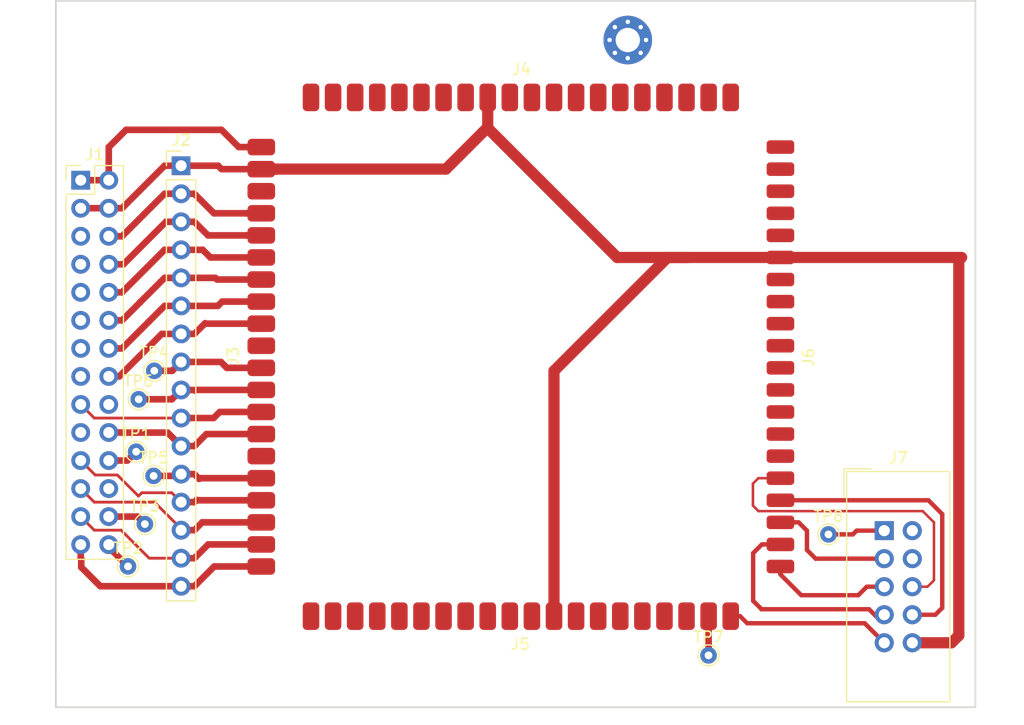
<source format=kicad_pcb>
(kicad_pcb (version 20171130) (host pcbnew 5.0.2-bee76a0~70~ubuntu18.04.1)

  (general
    (thickness 1.6)
    (drawings 7)
    (tracks 189)
    (zones 0)
    (modules 16)
    (nets 92)
  )

  (page A4)
  (layers
    (0 F.Cu signal)
    (31 B.Cu signal)
    (32 B.Adhes user)
    (34 B.Paste user)
    (35 F.Paste user)
    (36 B.SilkS user)
    (37 F.SilkS user)
    (38 B.Mask user)
    (39 F.Mask user)
    (41 Cmts.User user)
    (44 Edge.Cuts user)
    (45 Margin user)
    (46 B.CrtYd user)
    (47 F.CrtYd user)
    (49 F.Fab user)
  )

  (setup
    (last_trace_width 1.016)
    (user_trace_width 0.2286)
    (user_trace_width 0.254)
    (user_trace_width 0.38)
    (user_trace_width 0.4)
    (user_trace_width 0.6)
    (user_trace_width 1.016)
    (trace_clearance 0.254)
    (zone_clearance 0.254)
    (zone_45_only no)
    (trace_min 0.2286)
    (segment_width 0.2)
    (edge_width 0.15)
    (via_size 0.4572)
    (via_drill 0.254)
    (via_min_size 0.4572)
    (via_min_drill 0.254)
    (uvia_size 0.4572)
    (uvia_drill 0.254)
    (uvias_allowed no)
    (uvia_min_size 0)
    (uvia_min_drill 0)
    (pcb_text_width 0.3)
    (pcb_text_size 1.5 1.5)
    (mod_edge_width 0.15)
    (mod_text_size 1 1)
    (mod_text_width 0.15)
    (pad_size 4.4 4.4)
    (pad_drill 2.2)
    (pad_to_mask_clearance 0.0508)
    (solder_mask_min_width 0.25)
    (aux_axis_origin 0 0)
    (visible_elements 7FFEEF7F)
    (pcbplotparams
      (layerselection 0x000f0_80000007)
      (usegerberextensions false)
      (usegerberattributes false)
      (usegerberadvancedattributes false)
      (creategerberjobfile false)
      (excludeedgelayer true)
      (linewidth 0.100000)
      (plotframeref false)
      (viasonmask false)
      (mode 1)
      (useauxorigin false)
      (hpglpennumber 1)
      (hpglpenspeed 20)
      (hpglpendiameter 15.000000)
      (psnegative false)
      (psa4output false)
      (plotreference true)
      (plotvalue false)
      (plotinvisibletext false)
      (padsonsilk false)
      (subtractmaskfromsilk false)
      (outputformat 1)
      (mirror false)
      (drillshape 0)
      (scaleselection 1)
      (outputdirectory "/home/hugh/Dropbox/PSAS/PSAS_repos/newGPS/oresat-gps-hardware/GPS-USB_Front_End_Board/kicad_board_design/gerbers/"))
  )

  (net 0 "")
  (net 1 GND)
  (net 2 /Sheet5DD758E7/+5V)
  (net 3 "Net-(J1-Pad5)")
  (net 4 /Sheet5DD758E7/LD_GPS)
  (net 5 "Net-(J1-Pad7)")
  (net 6 /Sheet5DD758E7/SHDN_GPS)
  (net 7 "Net-(J1-Pad9)")
  (net 8 /Sheet5DD758E7/D0_GPS)
  (net 9 "Net-(J1-Pad11)")
  (net 10 /Sheet5DD758E7/D1_GPS)
  (net 11 "Net-(J1-Pad13)")
  (net 12 /Sheet5DD758E7/D2_GPS)
  (net 13 "Net-(J1-Pad15)")
  (net 14 /Sheet5DD758E7/D3_GPS)
  (net 15 /Sheet5DD758E7/TXE#_USB)
  (net 16 "Net-(J1-Pad18)")
  (net 17 "Net-(J1-Pad19)")
  (net 18 /Sheet5DD758E7/WR#_GPS)
  (net 19 /Sheet5DD758E7/SCLK_USB)
  (net 20 /Sheet5DD758E7/SCLK_GPS)
  (net 21 /Sheet5DD758E7/SDI_USB)
  (net 22 "Net-(J1-Pad24)")
  (net 23 /Sheet5DD758E7/SDO_USB)
  (net 24 /Sheet5DD758E7/SDO_GPS)
  (net 25 /Sheet5DD758E7/SCS_USB)
  (net 26 /Sheet5DD758E7/SCS_GPS)
  (net 27 "Net-(J3-Pad6)")
  (net 28 "Net-(J3-Pad11)")
  (net 29 "Net-(J3-Pad18)")
  (net 30 "Net-(J4-Pad20)")
  (net 31 "Net-(J4-Pad19)")
  (net 32 "Net-(J4-Pad18)")
  (net 33 "Net-(J4-Pad17)")
  (net 34 "Net-(J4-Pad16)")
  (net 35 "Net-(J4-Pad15)")
  (net 36 "Net-(J4-Pad14)")
  (net 37 "Net-(J4-Pad13)")
  (net 38 "Net-(J4-Pad12)")
  (net 39 "Net-(J4-Pad11)")
  (net 40 "Net-(J4-Pad10)")
  (net 41 "Net-(J4-Pad8)")
  (net 42 "Net-(J4-Pad7)")
  (net 43 "Net-(J4-Pad6)")
  (net 44 "Net-(J4-Pad5)")
  (net 45 "Net-(J4-Pad4)")
  (net 46 "Net-(J4-Pad3)")
  (net 47 "Net-(J4-Pad2)")
  (net 48 "Net-(J4-Pad1)")
  (net 49 "Net-(J5-Pad20)")
  (net 50 "Net-(J5-Pad19)")
  (net 51 "Net-(J5-Pad18)")
  (net 52 "Net-(J5-Pad17)")
  (net 53 "Net-(J5-Pad16)")
  (net 54 "Net-(J5-Pad15)")
  (net 55 "Net-(J5-Pad14)")
  (net 56 "Net-(J5-Pad13)")
  (net 57 "Net-(J5-Pad12)")
  (net 58 "Net-(J5-Pad11)")
  (net 59 "Net-(J5-Pad10)")
  (net 60 "Net-(J5-Pad8)")
  (net 61 "Net-(J5-Pad7)")
  (net 62 "Net-(J5-Pad6)")
  (net 63 "Net-(J5-Pad5)")
  (net 64 "Net-(J5-Pad4)")
  (net 65 "Net-(J5-Pad3)")
  (net 66 "Net-(J5-Pad2)")
  (net 67 "Net-(J5-Pad1)")
  (net 68 "Net-(J6-Pad1)")
  (net 69 "Net-(J6-Pad2)")
  (net 70 "Net-(J6-Pad3)")
  (net 71 "Net-(J6-Pad4)")
  (net 72 "Net-(J6-Pad5)")
  (net 73 "Net-(J6-Pad7)")
  (net 74 "Net-(J6-Pad8)")
  (net 75 "Net-(J6-Pad9)")
  (net 76 "Net-(J6-Pad10)")
  (net 77 "Net-(J6-Pad11)")
  (net 78 "Net-(J6-Pad12)")
  (net 79 "Net-(J6-Pad13)")
  (net 80 "Net-(J6-Pad14)")
  (net 81 "Net-(J6-Pad15)")
  (net 82 "Net-(J6-Pad16)")
  (net 83 "Net-(J6-Pad17)")
  (net 84 "Net-(J6-Pad18)")
  (net 85 "Net-(J6-Pad19)")
  (net 86 "Net-(J6-Pad20)")
  (net 87 "Net-(J7-Pad4)")
  (net 88 "Net-(J2-Pad8)")
  (net 89 "Net-(J7-Pad1)")
  (net 90 "Net-(J2-Pad9)")
  (net 91 "Net-(J2-Pad12)")

  (net_class Default "This is the default net class."
    (clearance 0.254)
    (trace_width 0.254)
    (via_dia 0.4572)
    (via_drill 0.254)
    (uvia_dia 0.4572)
    (uvia_drill 0.254)
    (diff_pair_gap 0.25)
    (diff_pair_width 0.254)
    (add_net /Sheet5DD758E7/+5V)
    (add_net /Sheet5DD758E7/D0_GPS)
    (add_net /Sheet5DD758E7/D1_GPS)
    (add_net /Sheet5DD758E7/D2_GPS)
    (add_net /Sheet5DD758E7/D3_GPS)
    (add_net /Sheet5DD758E7/LD_GPS)
    (add_net /Sheet5DD758E7/SCLK_GPS)
    (add_net /Sheet5DD758E7/SCLK_USB)
    (add_net /Sheet5DD758E7/SCS_GPS)
    (add_net /Sheet5DD758E7/SCS_USB)
    (add_net /Sheet5DD758E7/SDI_USB)
    (add_net /Sheet5DD758E7/SDO_GPS)
    (add_net /Sheet5DD758E7/SDO_USB)
    (add_net /Sheet5DD758E7/SHDN_GPS)
    (add_net /Sheet5DD758E7/TXE#_USB)
    (add_net /Sheet5DD758E7/WR#_GPS)
    (add_net GND)
    (add_net "Net-(J1-Pad11)")
    (add_net "Net-(J1-Pad13)")
    (add_net "Net-(J1-Pad15)")
    (add_net "Net-(J1-Pad18)")
    (add_net "Net-(J1-Pad19)")
    (add_net "Net-(J1-Pad24)")
    (add_net "Net-(J1-Pad5)")
    (add_net "Net-(J1-Pad7)")
    (add_net "Net-(J1-Pad9)")
    (add_net "Net-(J2-Pad12)")
    (add_net "Net-(J2-Pad8)")
    (add_net "Net-(J2-Pad9)")
    (add_net "Net-(J3-Pad11)")
    (add_net "Net-(J3-Pad18)")
    (add_net "Net-(J3-Pad6)")
    (add_net "Net-(J4-Pad1)")
    (add_net "Net-(J4-Pad10)")
    (add_net "Net-(J4-Pad11)")
    (add_net "Net-(J4-Pad12)")
    (add_net "Net-(J4-Pad13)")
    (add_net "Net-(J4-Pad14)")
    (add_net "Net-(J4-Pad15)")
    (add_net "Net-(J4-Pad16)")
    (add_net "Net-(J4-Pad17)")
    (add_net "Net-(J4-Pad18)")
    (add_net "Net-(J4-Pad19)")
    (add_net "Net-(J4-Pad2)")
    (add_net "Net-(J4-Pad20)")
    (add_net "Net-(J4-Pad3)")
    (add_net "Net-(J4-Pad4)")
    (add_net "Net-(J4-Pad5)")
    (add_net "Net-(J4-Pad6)")
    (add_net "Net-(J4-Pad7)")
    (add_net "Net-(J4-Pad8)")
    (add_net "Net-(J5-Pad1)")
    (add_net "Net-(J5-Pad10)")
    (add_net "Net-(J5-Pad11)")
    (add_net "Net-(J5-Pad12)")
    (add_net "Net-(J5-Pad13)")
    (add_net "Net-(J5-Pad14)")
    (add_net "Net-(J5-Pad15)")
    (add_net "Net-(J5-Pad16)")
    (add_net "Net-(J5-Pad17)")
    (add_net "Net-(J5-Pad18)")
    (add_net "Net-(J5-Pad19)")
    (add_net "Net-(J5-Pad2)")
    (add_net "Net-(J5-Pad20)")
    (add_net "Net-(J5-Pad3)")
    (add_net "Net-(J5-Pad4)")
    (add_net "Net-(J5-Pad5)")
    (add_net "Net-(J5-Pad6)")
    (add_net "Net-(J5-Pad7)")
    (add_net "Net-(J5-Pad8)")
    (add_net "Net-(J6-Pad1)")
    (add_net "Net-(J6-Pad10)")
    (add_net "Net-(J6-Pad11)")
    (add_net "Net-(J6-Pad12)")
    (add_net "Net-(J6-Pad13)")
    (add_net "Net-(J6-Pad14)")
    (add_net "Net-(J6-Pad15)")
    (add_net "Net-(J6-Pad16)")
    (add_net "Net-(J6-Pad17)")
    (add_net "Net-(J6-Pad18)")
    (add_net "Net-(J6-Pad19)")
    (add_net "Net-(J6-Pad2)")
    (add_net "Net-(J6-Pad20)")
    (add_net "Net-(J6-Pad3)")
    (add_net "Net-(J6-Pad4)")
    (add_net "Net-(J6-Pad5)")
    (add_net "Net-(J6-Pad7)")
    (add_net "Net-(J6-Pad8)")
    (add_net "Net-(J6-Pad9)")
    (add_net "Net-(J7-Pad1)")
    (add_net "Net-(J7-Pad4)")
  )

  (net_class "RF track" ""
    (clearance 0.399999)
    (trace_width 0.55)
    (via_dia 0.4572)
    (via_drill 0.254)
    (uvia_dia 0.4572)
    (uvia_drill 0.254)
    (diff_pair_gap 0.25)
    (diff_pair_width 0.254)
  )

  (net_class RF2 ""
    (clearance 0.4)
    (trace_width 0.4)
    (via_dia 0.4572)
    (via_drill 0.254)
    (uvia_dia 0.4572)
    (uvia_drill 0.254)
    (diff_pair_gap 0.25)
    (diff_pair_width 0.254)
  )

  (module Connector_IDC:IDC-Header_2x05_P2.54mm_Vertical (layer F.Cu) (tedit 59DE0611) (tstamp 5DDD155D)
    (at 202.75 111.75)
    (descr "Through hole straight IDC box header, 2x05, 2.54mm pitch, double rows")
    (tags "Through hole IDC box header THT 2x05 2.54mm double row")
    (path /5DD75A56/5DDB3F32)
    (fp_text reference J7 (at 1.27 -6.604) (layer F.SilkS)
      (effects (font (size 1 1) (thickness 0.15)))
    )
    (fp_text value Microsemi_FlashPro-JTAG-10 (at 1.27 16.764) (layer F.Fab)
      (effects (font (size 1 1) (thickness 0.15)))
    )
    (fp_text user %R (at 1.27 5.08) (layer F.Fab)
      (effects (font (size 1 1) (thickness 0.15)))
    )
    (fp_line (start 5.695 -5.1) (end 5.695 15.26) (layer F.Fab) (width 0.1))
    (fp_line (start 5.145 -4.56) (end 5.145 14.7) (layer F.Fab) (width 0.1))
    (fp_line (start -3.155 -5.1) (end -3.155 15.26) (layer F.Fab) (width 0.1))
    (fp_line (start -2.605 -4.56) (end -2.605 2.83) (layer F.Fab) (width 0.1))
    (fp_line (start -2.605 7.33) (end -2.605 14.7) (layer F.Fab) (width 0.1))
    (fp_line (start -2.605 2.83) (end -3.155 2.83) (layer F.Fab) (width 0.1))
    (fp_line (start -2.605 7.33) (end -3.155 7.33) (layer F.Fab) (width 0.1))
    (fp_line (start 5.695 -5.1) (end -3.155 -5.1) (layer F.Fab) (width 0.1))
    (fp_line (start 5.145 -4.56) (end -2.605 -4.56) (layer F.Fab) (width 0.1))
    (fp_line (start 5.695 15.26) (end -3.155 15.26) (layer F.Fab) (width 0.1))
    (fp_line (start 5.145 14.7) (end -2.605 14.7) (layer F.Fab) (width 0.1))
    (fp_line (start 5.695 -5.1) (end 5.145 -4.56) (layer F.Fab) (width 0.1))
    (fp_line (start 5.695 15.26) (end 5.145 14.7) (layer F.Fab) (width 0.1))
    (fp_line (start -3.155 -5.1) (end -2.605 -4.56) (layer F.Fab) (width 0.1))
    (fp_line (start -3.155 15.26) (end -2.605 14.7) (layer F.Fab) (width 0.1))
    (fp_line (start 5.95 -5.35) (end 5.95 15.51) (layer F.CrtYd) (width 0.05))
    (fp_line (start 5.95 15.51) (end -3.41 15.51) (layer F.CrtYd) (width 0.05))
    (fp_line (start -3.41 15.51) (end -3.41 -5.35) (layer F.CrtYd) (width 0.05))
    (fp_line (start -3.41 -5.35) (end 5.95 -5.35) (layer F.CrtYd) (width 0.05))
    (fp_line (start 5.945 -5.35) (end 5.945 15.51) (layer F.SilkS) (width 0.12))
    (fp_line (start 5.945 15.51) (end -3.405 15.51) (layer F.SilkS) (width 0.12))
    (fp_line (start -3.405 15.51) (end -3.405 -5.35) (layer F.SilkS) (width 0.12))
    (fp_line (start -3.405 -5.35) (end 5.945 -5.35) (layer F.SilkS) (width 0.12))
    (fp_line (start -3.655 -5.6) (end -3.655 -3.06) (layer F.SilkS) (width 0.12))
    (fp_line (start -3.655 -5.6) (end -1.115 -5.6) (layer F.SilkS) (width 0.12))
    (pad 1 thru_hole rect (at 0 0) (size 1.7272 1.7272) (drill 1.016) (layers *.Cu *.Mask)
      (net 89 "Net-(J7-Pad1)"))
    (pad 2 thru_hole oval (at 2.54 0) (size 1.7272 1.7272) (drill 1.016) (layers *.Cu *.Mask)
      (net 1 GND))
    (pad 3 thru_hole oval (at 0 2.54) (size 1.7272 1.7272) (drill 1.016) (layers *.Cu *.Mask)
      (net 84 "Net-(J6-Pad18)"))
    (pad 4 thru_hole oval (at 2.54 2.54) (size 1.7272 1.7272) (drill 1.016) (layers *.Cu *.Mask)
      (net 87 "Net-(J7-Pad4)"))
    (pad 5 thru_hole oval (at 0 5.08) (size 1.7272 1.7272) (drill 1.016) (layers *.Cu *.Mask)
      (net 86 "Net-(J6-Pad20)"))
    (pad 6 thru_hole oval (at 2.54 5.08) (size 1.7272 1.7272) (drill 1.016) (layers *.Cu *.Mask)
      (net 82 "Net-(J6-Pad16)"))
    (pad 7 thru_hole oval (at 0 7.62) (size 1.7272 1.7272) (drill 1.016) (layers *.Cu *.Mask)
      (net 85 "Net-(J6-Pad19)"))
    (pad 8 thru_hole oval (at 2.54 7.62) (size 1.7272 1.7272) (drill 1.016) (layers *.Cu *.Mask)
      (net 83 "Net-(J6-Pad17)"))
    (pad 9 thru_hole oval (at 0 10.16) (size 1.7272 1.7272) (drill 1.016) (layers *.Cu *.Mask)
      (net 67 "Net-(J5-Pad1)"))
    (pad 10 thru_hole oval (at 2.54 10.16) (size 1.7272 1.7272) (drill 1.016) (layers *.Cu *.Mask)
      (net 1 GND))
    (model ${KISYS3DMOD}/Connector_IDC.3dshapes/IDC-Header_2x05_P2.54mm_Vertical.wrl
      (at (xyz 0 0 0))
      (scale (xyz 1 1 1))
      (rotate (xyz 0 0 0))
    )
  )

  (module TestPoint:TestPoint_THTPad_D1.5mm_Drill0.7mm (layer F.Cu) (tedit 5A0F774F) (tstamp 5DDC49CC)
    (at 136.6 106.79)
    (descr "THT pad as test Point, diameter 1.5mm, hole diameter 0.7mm")
    (tags "test point THT pad")
    (path /5DD75A56/5DE6A9E7)
    (attr virtual)
    (fp_text reference TP5 (at 0 -1.648) (layer F.SilkS)
      (effects (font (size 1 1) (thickness 0.15)))
    )
    (fp_text value "wire jumper" (at 0 1.75) (layer F.Fab)
      (effects (font (size 1 1) (thickness 0.15)))
    )
    (fp_circle (center 0 0) (end 0 0.95) (layer F.SilkS) (width 0.12))
    (fp_circle (center 0 0) (end 1.25 0) (layer F.CrtYd) (width 0.05))
    (fp_text user %R (at 0 -1.65) (layer F.Fab)
      (effects (font (size 1 1) (thickness 0.15)))
    )
    (pad 1 thru_hole circle (at 0 0) (size 1.5 1.5) (drill 0.7) (layers *.Cu *.Mask)
      (net 91 "Net-(J2-Pad12)"))
  )

  (module Mounting_Holes:MountingHole_2.2mm_M2_Pad_Via (layer F.Cu) (tedit 5D3DADD0) (tstamp 5D4BAD30)
    (at 179.53 67.3)
    (descr "Mounting Hole 2.2mm, M2")
    (tags "mounting hole 2.2mm m2")
    (fp_text reference REF** (at 0 -3.2) (layer F.SilkS) hide
      (effects (font (size 1 1) (thickness 0.15)))
    )
    (fp_text value MountingHole_2.2mm_M2_Pad_Via (at 0 3.2) (layer F.Fab)
      (effects (font (size 1 1) (thickness 0.15)))
    )
    (fp_circle (center 0 0) (end 2.2 0) (layer Cmts.User) (width 0.15))
    (fp_circle (center 0 0) (end 2.45 0) (layer F.CrtYd) (width 0.05))
    (pad "" thru_hole circle (at 0 0) (size 4.4 4.4) (drill 2.2) (layers *.Cu *.Mask))
    (pad "" thru_hole circle (at 1.65 0) (size 0.6 0.6) (drill 0.4) (layers *.Cu *.Mask))
    (pad "" thru_hole circle (at 1.166726 1.166726) (size 0.6 0.6) (drill 0.4) (layers *.Cu *.Mask))
    (pad "" thru_hole circle (at 0 1.65) (size 0.6 0.6) (drill 0.4) (layers *.Cu *.Mask))
    (pad "" thru_hole circle (at -1.166726 1.166726) (size 0.6 0.6) (drill 0.4) (layers *.Cu *.Mask))
    (pad "" thru_hole circle (at -1.65 0) (size 0.6 0.6) (drill 0.4) (layers *.Cu *.Mask))
    (pad "" thru_hole circle (at -1.166726 -1.166726) (size 0.6 0.6) (drill 0.4) (layers *.Cu *.Mask))
    (pad "" thru_hole circle (at 0 -1.65) (size 0.6 0.6) (drill 0.4) (layers *.Cu *.Mask))
    (pad "" thru_hole circle (at 1.166726 -1.166726) (size 0.6 0.6) (drill 0.4) (layers *.Cu *.Mask))
  )

  (module Connector_PinHeader_2.54mm:PinHeader_2x14_P2.54mm_Vertical (layer F.Cu) (tedit 59FED5CC) (tstamp 5DDC0A3C)
    (at 130 80)
    (descr "Through hole straight pin header, 2x14, 2.54mm pitch, double rows")
    (tags "Through hole pin header THT 2x14 2.54mm double row")
    (path /5DD758E8/5DD77792)
    (fp_text reference J1 (at 1.27 -2.33) (layer F.SilkS)
      (effects (font (size 1 1) (thickness 0.15)))
    )
    (fp_text value Conn_02x14_Odd_Even (at 1.27 35.35) (layer F.Fab)
      (effects (font (size 1 1) (thickness 0.15)))
    )
    (fp_line (start 0 -1.27) (end 3.81 -1.27) (layer F.Fab) (width 0.1))
    (fp_line (start 3.81 -1.27) (end 3.81 34.29) (layer F.Fab) (width 0.1))
    (fp_line (start 3.81 34.29) (end -1.27 34.29) (layer F.Fab) (width 0.1))
    (fp_line (start -1.27 34.29) (end -1.27 0) (layer F.Fab) (width 0.1))
    (fp_line (start -1.27 0) (end 0 -1.27) (layer F.Fab) (width 0.1))
    (fp_line (start -1.33 34.35) (end 3.87 34.35) (layer F.SilkS) (width 0.12))
    (fp_line (start -1.33 1.27) (end -1.33 34.35) (layer F.SilkS) (width 0.12))
    (fp_line (start 3.87 -1.33) (end 3.87 34.35) (layer F.SilkS) (width 0.12))
    (fp_line (start -1.33 1.27) (end 1.27 1.27) (layer F.SilkS) (width 0.12))
    (fp_line (start 1.27 1.27) (end 1.27 -1.33) (layer F.SilkS) (width 0.12))
    (fp_line (start 1.27 -1.33) (end 3.87 -1.33) (layer F.SilkS) (width 0.12))
    (fp_line (start -1.33 0) (end -1.33 -1.33) (layer F.SilkS) (width 0.12))
    (fp_line (start -1.33 -1.33) (end 0 -1.33) (layer F.SilkS) (width 0.12))
    (fp_line (start -1.8 -1.8) (end -1.8 34.8) (layer F.CrtYd) (width 0.05))
    (fp_line (start -1.8 34.8) (end 4.35 34.8) (layer F.CrtYd) (width 0.05))
    (fp_line (start 4.35 34.8) (end 4.35 -1.8) (layer F.CrtYd) (width 0.05))
    (fp_line (start 4.35 -1.8) (end -1.8 -1.8) (layer F.CrtYd) (width 0.05))
    (fp_text user %R (at 1.27 16.51 90) (layer F.Fab)
      (effects (font (size 1 1) (thickness 0.15)))
    )
    (pad 1 thru_hole rect (at 0 0) (size 1.7 1.7) (drill 1) (layers *.Cu *.Mask)
      (net 2 /Sheet5DD758E7/+5V))
    (pad 2 thru_hole oval (at 2.54 0) (size 1.7 1.7) (drill 1) (layers *.Cu *.Mask)
      (net 2 /Sheet5DD758E7/+5V))
    (pad 3 thru_hole oval (at 0 2.54) (size 1.7 1.7) (drill 1) (layers *.Cu *.Mask)
      (net 1 GND))
    (pad 4 thru_hole oval (at 2.54 2.54) (size 1.7 1.7) (drill 1) (layers *.Cu *.Mask)
      (net 1 GND))
    (pad 5 thru_hole oval (at 0 5.08) (size 1.7 1.7) (drill 1) (layers *.Cu *.Mask)
      (net 3 "Net-(J1-Pad5)"))
    (pad 6 thru_hole oval (at 2.54 5.08) (size 1.7 1.7) (drill 1) (layers *.Cu *.Mask)
      (net 4 /Sheet5DD758E7/LD_GPS))
    (pad 7 thru_hole oval (at 0 7.62) (size 1.7 1.7) (drill 1) (layers *.Cu *.Mask)
      (net 5 "Net-(J1-Pad7)"))
    (pad 8 thru_hole oval (at 2.54 7.62) (size 1.7 1.7) (drill 1) (layers *.Cu *.Mask)
      (net 6 /Sheet5DD758E7/SHDN_GPS))
    (pad 9 thru_hole oval (at 0 10.16) (size 1.7 1.7) (drill 1) (layers *.Cu *.Mask)
      (net 7 "Net-(J1-Pad9)"))
    (pad 10 thru_hole oval (at 2.54 10.16) (size 1.7 1.7) (drill 1) (layers *.Cu *.Mask)
      (net 8 /Sheet5DD758E7/D0_GPS))
    (pad 11 thru_hole oval (at 0 12.7) (size 1.7 1.7) (drill 1) (layers *.Cu *.Mask)
      (net 9 "Net-(J1-Pad11)"))
    (pad 12 thru_hole oval (at 2.54 12.7) (size 1.7 1.7) (drill 1) (layers *.Cu *.Mask)
      (net 10 /Sheet5DD758E7/D1_GPS))
    (pad 13 thru_hole oval (at 0 15.24) (size 1.7 1.7) (drill 1) (layers *.Cu *.Mask)
      (net 11 "Net-(J1-Pad13)"))
    (pad 14 thru_hole oval (at 2.54 15.24) (size 1.7 1.7) (drill 1) (layers *.Cu *.Mask)
      (net 12 /Sheet5DD758E7/D2_GPS))
    (pad 15 thru_hole oval (at 0 17.78) (size 1.7 1.7) (drill 1) (layers *.Cu *.Mask)
      (net 13 "Net-(J1-Pad15)"))
    (pad 16 thru_hole oval (at 2.54 17.78) (size 1.7 1.7) (drill 1) (layers *.Cu *.Mask)
      (net 14 /Sheet5DD758E7/D3_GPS))
    (pad 17 thru_hole oval (at 0 20.32) (size 1.7 1.7) (drill 1) (layers *.Cu *.Mask)
      (net 15 /Sheet5DD758E7/TXE#_USB))
    (pad 18 thru_hole oval (at 2.54 20.32) (size 1.7 1.7) (drill 1) (layers *.Cu *.Mask)
      (net 16 "Net-(J1-Pad18)"))
    (pad 19 thru_hole oval (at 0 22.86) (size 1.7 1.7) (drill 1) (layers *.Cu *.Mask)
      (net 17 "Net-(J1-Pad19)"))
    (pad 20 thru_hole oval (at 2.54 22.86) (size 1.7 1.7) (drill 1) (layers *.Cu *.Mask)
      (net 18 /Sheet5DD758E7/WR#_GPS))
    (pad 21 thru_hole oval (at 0 25.4) (size 1.7 1.7) (drill 1) (layers *.Cu *.Mask)
      (net 19 /Sheet5DD758E7/SCLK_USB))
    (pad 22 thru_hole oval (at 2.54 25.4) (size 1.7 1.7) (drill 1) (layers *.Cu *.Mask)
      (net 20 /Sheet5DD758E7/SCLK_GPS))
    (pad 23 thru_hole oval (at 0 27.94) (size 1.7 1.7) (drill 1) (layers *.Cu *.Mask)
      (net 21 /Sheet5DD758E7/SDI_USB))
    (pad 24 thru_hole oval (at 2.54 27.94) (size 1.7 1.7) (drill 1) (layers *.Cu *.Mask)
      (net 22 "Net-(J1-Pad24)"))
    (pad 25 thru_hole oval (at 0 30.48) (size 1.7 1.7) (drill 1) (layers *.Cu *.Mask)
      (net 23 /Sheet5DD758E7/SDO_USB))
    (pad 26 thru_hole oval (at 2.54 30.48) (size 1.7 1.7) (drill 1) (layers *.Cu *.Mask)
      (net 24 /Sheet5DD758E7/SDO_GPS))
    (pad 27 thru_hole oval (at 0 33.02) (size 1.7 1.7) (drill 1) (layers *.Cu *.Mask)
      (net 25 /Sheet5DD758E7/SCS_USB))
    (pad 28 thru_hole oval (at 2.54 33.02) (size 1.7 1.7) (drill 1) (layers *.Cu *.Mask)
      (net 26 /Sheet5DD758E7/SCS_GPS))
    (model ${KISYS3DMOD}/Connector_PinHeader_2.54mm.3dshapes/PinHeader_2x14_P2.54mm_Vertical.wrl
      (at (xyz 0 0 0))
      (scale (xyz 1 1 1))
      (rotate (xyz 0 0 0))
    )
  )

  (module Connector_PinHeader_2.54mm:PinHeader_1x16_P2.54mm_Vertical (layer F.Cu) (tedit 59FED5CC) (tstamp 5DDC0A60)
    (at 139.0904 78.6892)
    (descr "Through hole straight pin header, 1x16, 2.54mm pitch, single row")
    (tags "Through hole pin header THT 1x16 2.54mm single row")
    (path /5DD75A56/5DE06FE8)
    (fp_text reference J2 (at 0 -2.33) (layer F.SilkS)
      (effects (font (size 1 1) (thickness 0.15)))
    )
    (fp_text value Conn_01x16 (at 0 40.43) (layer F.Fab)
      (effects (font (size 1 1) (thickness 0.15)))
    )
    (fp_line (start -0.635 -1.27) (end 1.27 -1.27) (layer F.Fab) (width 0.1))
    (fp_line (start 1.27 -1.27) (end 1.27 39.37) (layer F.Fab) (width 0.1))
    (fp_line (start 1.27 39.37) (end -1.27 39.37) (layer F.Fab) (width 0.1))
    (fp_line (start -1.27 39.37) (end -1.27 -0.635) (layer F.Fab) (width 0.1))
    (fp_line (start -1.27 -0.635) (end -0.635 -1.27) (layer F.Fab) (width 0.1))
    (fp_line (start -1.33 39.43) (end 1.33 39.43) (layer F.SilkS) (width 0.12))
    (fp_line (start -1.33 1.27) (end -1.33 39.43) (layer F.SilkS) (width 0.12))
    (fp_line (start 1.33 1.27) (end 1.33 39.43) (layer F.SilkS) (width 0.12))
    (fp_line (start -1.33 1.27) (end 1.33 1.27) (layer F.SilkS) (width 0.12))
    (fp_line (start -1.33 0) (end -1.33 -1.33) (layer F.SilkS) (width 0.12))
    (fp_line (start -1.33 -1.33) (end 0 -1.33) (layer F.SilkS) (width 0.12))
    (fp_line (start -1.8 -1.8) (end -1.8 39.9) (layer F.CrtYd) (width 0.05))
    (fp_line (start -1.8 39.9) (end 1.8 39.9) (layer F.CrtYd) (width 0.05))
    (fp_line (start 1.8 39.9) (end 1.8 -1.8) (layer F.CrtYd) (width 0.05))
    (fp_line (start 1.8 -1.8) (end -1.8 -1.8) (layer F.CrtYd) (width 0.05))
    (fp_text user %R (at 0 19.05 90) (layer F.Fab)
      (effects (font (size 1 1) (thickness 0.15)))
    )
    (pad 1 thru_hole rect (at 0 0) (size 1.7 1.7) (drill 1) (layers *.Cu *.Mask)
      (net 1 GND))
    (pad 2 thru_hole oval (at 0 2.54) (size 1.7 1.7) (drill 1) (layers *.Cu *.Mask)
      (net 4 /Sheet5DD758E7/LD_GPS))
    (pad 3 thru_hole oval (at 0 5.08) (size 1.7 1.7) (drill 1) (layers *.Cu *.Mask)
      (net 6 /Sheet5DD758E7/SHDN_GPS))
    (pad 4 thru_hole oval (at 0 7.62) (size 1.7 1.7) (drill 1) (layers *.Cu *.Mask)
      (net 8 /Sheet5DD758E7/D0_GPS))
    (pad 5 thru_hole oval (at 0 10.16) (size 1.7 1.7) (drill 1) (layers *.Cu *.Mask)
      (net 10 /Sheet5DD758E7/D1_GPS))
    (pad 6 thru_hole oval (at 0 12.7) (size 1.7 1.7) (drill 1) (layers *.Cu *.Mask)
      (net 12 /Sheet5DD758E7/D2_GPS))
    (pad 7 thru_hole oval (at 0 15.24) (size 1.7 1.7) (drill 1) (layers *.Cu *.Mask)
      (net 14 /Sheet5DD758E7/D3_GPS))
    (pad 8 thru_hole oval (at 0 17.78) (size 1.7 1.7) (drill 1) (layers *.Cu *.Mask)
      (net 88 "Net-(J2-Pad8)"))
    (pad 9 thru_hole oval (at 0 20.32) (size 1.7 1.7) (drill 1) (layers *.Cu *.Mask)
      (net 90 "Net-(J2-Pad9)"))
    (pad 10 thru_hole oval (at 0 22.86) (size 1.7 1.7) (drill 1) (layers *.Cu *.Mask)
      (net 15 /Sheet5DD758E7/TXE#_USB))
    (pad 11 thru_hole oval (at 0 25.4) (size 1.7 1.7) (drill 1) (layers *.Cu *.Mask)
      (net 18 /Sheet5DD758E7/WR#_GPS))
    (pad 12 thru_hole oval (at 0 27.94) (size 1.7 1.7) (drill 1) (layers *.Cu *.Mask)
      (net 91 "Net-(J2-Pad12)"))
    (pad 13 thru_hole oval (at 0 30.48) (size 1.7 1.7) (drill 1) (layers *.Cu *.Mask)
      (net 19 /Sheet5DD758E7/SCLK_USB))
    (pad 14 thru_hole oval (at 0 33.02) (size 1.7 1.7) (drill 1) (layers *.Cu *.Mask)
      (net 21 /Sheet5DD758E7/SDI_USB))
    (pad 15 thru_hole oval (at 0 35.56) (size 1.7 1.7) (drill 1) (layers *.Cu *.Mask)
      (net 23 /Sheet5DD758E7/SDO_USB))
    (pad 16 thru_hole oval (at 0 38.1) (size 1.7 1.7) (drill 1) (layers *.Cu *.Mask)
      (net 25 /Sheet5DD758E7/SCS_USB))
    (model ${KISYS3DMOD}/Connector_PinHeader_2.54mm.3dshapes/PinHeader_1x16_P2.54mm_Vertical.wrl
      (at (xyz 0 0 0))
      (scale (xyz 1 1 1))
      (rotate (xyz 0 0 0))
    )
  )

  (module custom:CastellatedPad20 (layer F.Cu) (tedit 5DD7DD6F) (tstamp 5DDC1DF7)
    (at 188.85 119.5 180)
    (descr "Bulgin Battery Holder, BX0036, Battery Type C (http://www.bulgin.com/media/bulgin/data/Battery_holders.pdf)")
    (tags "Bulgin BX0036")
    (path /5DD75A56/5DDDFF1E)
    (fp_text reference J5 (at 19.05 -2.54 180) (layer F.SilkS)
      (effects (font (size 1 1) (thickness 0.15)))
    )
    (fp_text value Conn_01x20 (at 19.05 2.54 180) (layer F.Fab) hide
      (effects (font (size 1 1) (thickness 0.15)))
    )
    (pad 1 smd roundrect (at 0 0 180) (size 1.5 2.5) (layers F.Cu F.Paste F.Mask) (roundrect_rratio 0.25)
      (net 67 "Net-(J5-Pad1)"))
    (pad 2 smd roundrect (at 2 0 180) (size 1.5 2.5) (layers F.Cu F.Paste F.Mask) (roundrect_rratio 0.25)
      (net 66 "Net-(J5-Pad2)"))
    (pad 3 smd roundrect (at 4 0 180) (size 1.5 2.5) (layers F.Cu F.Paste F.Mask) (roundrect_rratio 0.25)
      (net 65 "Net-(J5-Pad3)"))
    (pad 4 smd roundrect (at 6 0 180) (size 1.5 2.5) (layers F.Cu F.Paste F.Mask) (roundrect_rratio 0.25)
      (net 64 "Net-(J5-Pad4)"))
    (pad 5 smd roundrect (at 8 0 180) (size 1.5 2.5) (layers F.Cu F.Paste F.Mask) (roundrect_rratio 0.25)
      (net 63 "Net-(J5-Pad5)"))
    (pad 6 smd roundrect (at 10 0 180) (size 1.5 2.5) (layers F.Cu F.Paste F.Mask) (roundrect_rratio 0.25)
      (net 62 "Net-(J5-Pad6)"))
    (pad 7 smd roundrect (at 12 0 180) (size 1.5 2.5) (layers F.Cu F.Paste F.Mask) (roundrect_rratio 0.25)
      (net 61 "Net-(J5-Pad7)"))
    (pad 8 smd roundrect (at 14 0 180) (size 1.5 2.5) (layers F.Cu F.Paste F.Mask) (roundrect_rratio 0.25)
      (net 60 "Net-(J5-Pad8)"))
    (pad 9 smd roundrect (at 16 0 180) (size 1.5 2.5) (layers F.Cu F.Paste F.Mask) (roundrect_rratio 0.25)
      (net 1 GND))
    (pad 10 smd roundrect (at 18 0 180) (size 1.5 2.5) (layers F.Cu F.Paste F.Mask) (roundrect_rratio 0.25)
      (net 59 "Net-(J5-Pad10)"))
    (pad 11 smd roundrect (at 20 0 180) (size 1.5 2.5) (layers F.Cu F.Paste F.Mask) (roundrect_rratio 0.25)
      (net 58 "Net-(J5-Pad11)"))
    (pad 12 smd roundrect (at 22 0 180) (size 1.5 2.5) (layers F.Cu F.Paste F.Mask) (roundrect_rratio 0.25)
      (net 57 "Net-(J5-Pad12)"))
    (pad 13 smd roundrect (at 24 0 180) (size 1.5 2.5) (layers F.Cu F.Paste F.Mask) (roundrect_rratio 0.25)
      (net 56 "Net-(J5-Pad13)"))
    (pad 14 smd roundrect (at 26 0 180) (size 1.5 2.5) (layers F.Cu F.Paste F.Mask) (roundrect_rratio 0.25)
      (net 55 "Net-(J5-Pad14)"))
    (pad 15 smd roundrect (at 28 0 180) (size 1.5 2.5) (layers F.Cu F.Paste F.Mask) (roundrect_rratio 0.25)
      (net 54 "Net-(J5-Pad15)"))
    (pad 16 smd roundrect (at 30 0 180) (size 1.5 2.5) (layers F.Cu F.Paste F.Mask) (roundrect_rratio 0.25)
      (net 53 "Net-(J5-Pad16)"))
    (pad 17 smd roundrect (at 32 0 180) (size 1.5 2.5) (layers F.Cu F.Paste F.Mask) (roundrect_rratio 0.25)
      (net 52 "Net-(J5-Pad17)"))
    (pad 18 smd roundrect (at 34 0 180) (size 1.5 2.5) (layers F.Cu F.Paste F.Mask) (roundrect_rratio 0.25)
      (net 51 "Net-(J5-Pad18)"))
    (pad 19 smd roundrect (at 36 0 180) (size 1.5 2.5) (layers F.Cu F.Paste F.Mask) (roundrect_rratio 0.25)
      (net 50 "Net-(J5-Pad19)"))
    (pad 20 smd roundrect (at 38 0 180) (size 1.5 2.5) (layers F.Cu F.Paste F.Mask) (roundrect_rratio 0.25)
      (net 49 "Net-(J5-Pad20)"))
    (model ${KISYS3DMOD}/Battery.3dshapes/BatteryHolder_Bulgin_BX0036_1xC.wrl
      (at (xyz 0 0 0))
      (scale (xyz 1 1 1))
      (rotate (xyz 0 0 0))
    )
  )

  (module custom:CastellatedPad20 (layer F.Cu) (tedit 5DD7DD6F) (tstamp 5DDC1FF1)
    (at 146.35 115 90)
    (descr "Bulgin Battery Holder, BX0036, Battery Type C (http://www.bulgin.com/media/bulgin/data/Battery_holders.pdf)")
    (tags "Bulgin BX0036")
    (path /5DD75A56/5DD8A1CC)
    (fp_text reference J3 (at 19.05 -2.54 90) (layer F.SilkS)
      (effects (font (size 1 1) (thickness 0.15)))
    )
    (fp_text value Conn_01x20 (at 19.05 2.54 90) (layer F.Fab) hide
      (effects (font (size 1 1) (thickness 0.15)))
    )
    (pad 1 smd roundrect (at 0 0 90) (size 1.5 2.5) (layers F.Cu F.Paste F.Mask) (roundrect_rratio 0.25)
      (net 25 /Sheet5DD758E7/SCS_USB))
    (pad 2 smd roundrect (at 2 0 90) (size 1.5 2.5) (layers F.Cu F.Paste F.Mask) (roundrect_rratio 0.25)
      (net 23 /Sheet5DD758E7/SDO_USB))
    (pad 3 smd roundrect (at 4 0 90) (size 1.5 2.5) (layers F.Cu F.Paste F.Mask) (roundrect_rratio 0.25)
      (net 21 /Sheet5DD758E7/SDI_USB))
    (pad 4 smd roundrect (at 6 0 90) (size 1.5 2.5) (layers F.Cu F.Paste F.Mask) (roundrect_rratio 0.25)
      (net 19 /Sheet5DD758E7/SCLK_USB))
    (pad 5 smd roundrect (at 8 0 90) (size 1.5 2.5) (layers F.Cu F.Paste F.Mask) (roundrect_rratio 0.25)
      (net 91 "Net-(J2-Pad12)"))
    (pad 6 smd roundrect (at 10 0 90) (size 1.5 2.5) (layers F.Cu F.Paste F.Mask) (roundrect_rratio 0.25)
      (net 27 "Net-(J3-Pad6)"))
    (pad 7 smd roundrect (at 12 0 90) (size 1.5 2.5) (layers F.Cu F.Paste F.Mask) (roundrect_rratio 0.25)
      (net 18 /Sheet5DD758E7/WR#_GPS))
    (pad 8 smd roundrect (at 14 0 90) (size 1.5 2.5) (layers F.Cu F.Paste F.Mask) (roundrect_rratio 0.25)
      (net 15 /Sheet5DD758E7/TXE#_USB))
    (pad 9 smd roundrect (at 16 0 90) (size 1.5 2.5) (layers F.Cu F.Paste F.Mask) (roundrect_rratio 0.25)
      (net 90 "Net-(J2-Pad9)"))
    (pad 10 smd roundrect (at 18 0 90) (size 1.5 2.5) (layers F.Cu F.Paste F.Mask) (roundrect_rratio 0.25)
      (net 88 "Net-(J2-Pad8)"))
    (pad 11 smd roundrect (at 20 0 90) (size 1.5 2.5) (layers F.Cu F.Paste F.Mask) (roundrect_rratio 0.25)
      (net 28 "Net-(J3-Pad11)"))
    (pad 12 smd roundrect (at 22 0 90) (size 1.5 2.5) (layers F.Cu F.Paste F.Mask) (roundrect_rratio 0.25)
      (net 14 /Sheet5DD758E7/D3_GPS))
    (pad 13 smd roundrect (at 24 0 90) (size 1.5 2.5) (layers F.Cu F.Paste F.Mask) (roundrect_rratio 0.25)
      (net 12 /Sheet5DD758E7/D2_GPS))
    (pad 14 smd roundrect (at 26 0 90) (size 1.5 2.5) (layers F.Cu F.Paste F.Mask) (roundrect_rratio 0.25)
      (net 10 /Sheet5DD758E7/D1_GPS))
    (pad 15 smd roundrect (at 28 0 90) (size 1.5 2.5) (layers F.Cu F.Paste F.Mask) (roundrect_rratio 0.25)
      (net 8 /Sheet5DD758E7/D0_GPS))
    (pad 16 smd roundrect (at 30 0 90) (size 1.5 2.5) (layers F.Cu F.Paste F.Mask) (roundrect_rratio 0.25)
      (net 6 /Sheet5DD758E7/SHDN_GPS))
    (pad 17 smd roundrect (at 32 0 90) (size 1.5 2.5) (layers F.Cu F.Paste F.Mask) (roundrect_rratio 0.25)
      (net 4 /Sheet5DD758E7/LD_GPS))
    (pad 18 smd roundrect (at 34 0 90) (size 1.5 2.5) (layers F.Cu F.Paste F.Mask) (roundrect_rratio 0.25)
      (net 29 "Net-(J3-Pad18)"))
    (pad 19 smd roundrect (at 36 0 90) (size 1.5 2.5) (layers F.Cu F.Paste F.Mask) (roundrect_rratio 0.25)
      (net 1 GND))
    (pad 20 smd roundrect (at 38 0 90) (size 1.5 2.5) (layers F.Cu F.Paste F.Mask) (roundrect_rratio 0.25)
      (net 2 /Sheet5DD758E7/+5V))
    (model ${KISYS3DMOD}/Battery.3dshapes/BatteryHolder_Bulgin_BX0036_1xC.wrl
      (at (xyz 0 0 0))
      (scale (xyz 1 1 1))
      (rotate (xyz 0 0 0))
    )
  )

  (module custom:CastellatedPad20 (layer F.Cu) (tedit 5DD7DD6F) (tstamp 5DDC2009)
    (at 150.85 72.5)
    (descr "Bulgin Battery Holder, BX0036, Battery Type C (http://www.bulgin.com/media/bulgin/data/Battery_holders.pdf)")
    (tags "Bulgin BX0036")
    (path /5DD75A56/5DD7FC3A)
    (fp_text reference J4 (at 19.05 -2.54) (layer F.SilkS)
      (effects (font (size 1 1) (thickness 0.15)))
    )
    (fp_text value Conn_01x20 (at 19.05 2.54) (layer F.Fab) hide
      (effects (font (size 1 1) (thickness 0.15)))
    )
    (pad 20 smd roundrect (at 38 0) (size 1.5 2.5) (layers F.Cu F.Paste F.Mask) (roundrect_rratio 0.25)
      (net 30 "Net-(J4-Pad20)"))
    (pad 19 smd roundrect (at 36 0) (size 1.5 2.5) (layers F.Cu F.Paste F.Mask) (roundrect_rratio 0.25)
      (net 31 "Net-(J4-Pad19)"))
    (pad 18 smd roundrect (at 34 0) (size 1.5 2.5) (layers F.Cu F.Paste F.Mask) (roundrect_rratio 0.25)
      (net 32 "Net-(J4-Pad18)"))
    (pad 17 smd roundrect (at 32 0) (size 1.5 2.5) (layers F.Cu F.Paste F.Mask) (roundrect_rratio 0.25)
      (net 33 "Net-(J4-Pad17)"))
    (pad 16 smd roundrect (at 30 0) (size 1.5 2.5) (layers F.Cu F.Paste F.Mask) (roundrect_rratio 0.25)
      (net 34 "Net-(J4-Pad16)"))
    (pad 15 smd roundrect (at 28 0) (size 1.5 2.5) (layers F.Cu F.Paste F.Mask) (roundrect_rratio 0.25)
      (net 35 "Net-(J4-Pad15)"))
    (pad 14 smd roundrect (at 26 0) (size 1.5 2.5) (layers F.Cu F.Paste F.Mask) (roundrect_rratio 0.25)
      (net 36 "Net-(J4-Pad14)"))
    (pad 13 smd roundrect (at 24 0) (size 1.5 2.5) (layers F.Cu F.Paste F.Mask) (roundrect_rratio 0.25)
      (net 37 "Net-(J4-Pad13)"))
    (pad 12 smd roundrect (at 22 0) (size 1.5 2.5) (layers F.Cu F.Paste F.Mask) (roundrect_rratio 0.25)
      (net 38 "Net-(J4-Pad12)"))
    (pad 11 smd roundrect (at 20 0) (size 1.5 2.5) (layers F.Cu F.Paste F.Mask) (roundrect_rratio 0.25)
      (net 39 "Net-(J4-Pad11)"))
    (pad 10 smd roundrect (at 18 0) (size 1.5 2.5) (layers F.Cu F.Paste F.Mask) (roundrect_rratio 0.25)
      (net 40 "Net-(J4-Pad10)"))
    (pad 9 smd roundrect (at 16 0) (size 1.5 2.5) (layers F.Cu F.Paste F.Mask) (roundrect_rratio 0.25)
      (net 1 GND))
    (pad 8 smd roundrect (at 14 0) (size 1.5 2.5) (layers F.Cu F.Paste F.Mask) (roundrect_rratio 0.25)
      (net 41 "Net-(J4-Pad8)"))
    (pad 7 smd roundrect (at 12 0) (size 1.5 2.5) (layers F.Cu F.Paste F.Mask) (roundrect_rratio 0.25)
      (net 42 "Net-(J4-Pad7)"))
    (pad 6 smd roundrect (at 10 0) (size 1.5 2.5) (layers F.Cu F.Paste F.Mask) (roundrect_rratio 0.25)
      (net 43 "Net-(J4-Pad6)"))
    (pad 5 smd roundrect (at 8 0) (size 1.5 2.5) (layers F.Cu F.Paste F.Mask) (roundrect_rratio 0.25)
      (net 44 "Net-(J4-Pad5)"))
    (pad 4 smd roundrect (at 6 0) (size 1.5 2.5) (layers F.Cu F.Paste F.Mask) (roundrect_rratio 0.25)
      (net 45 "Net-(J4-Pad4)"))
    (pad 3 smd roundrect (at 4 0) (size 1.5 2.5) (layers F.Cu F.Paste F.Mask) (roundrect_rratio 0.25)
      (net 46 "Net-(J4-Pad3)"))
    (pad 2 smd roundrect (at 2 0) (size 1.5 2.5) (layers F.Cu F.Paste F.Mask) (roundrect_rratio 0.25)
      (net 47 "Net-(J4-Pad2)"))
    (pad 1 smd roundrect (at 0 0) (size 1.5 2.5) (layers F.Cu F.Paste F.Mask) (roundrect_rratio 0.25)
      (net 48 "Net-(J4-Pad1)"))
    (model ${KISYS3DMOD}/Battery.3dshapes/BatteryHolder_Bulgin_BX0036_1xC.wrl
      (at (xyz 0 0 0))
      (scale (xyz 1 1 1))
      (rotate (xyz 0 0 0))
    )
  )

  (module custom:CastellatedPad20 (layer F.Cu) (tedit 5DD7EB23) (tstamp 5DDC3CB4)
    (at 193.35 77 270)
    (descr "Bulgin Battery Holder, BX0036, Battery Type C (http://www.bulgin.com/media/bulgin/data/Battery_holders.pdf)")
    (tags "Bulgin BX0036")
    (path /5DD75A56/5DDB2BD3)
    (fp_text reference J6 (at 19.05 -2.54 270) (layer F.SilkS)
      (effects (font (size 1 1) (thickness 0.15)))
    )
    (fp_text value Conn_01x20 (at 19.05 2.54 270) (layer F.Fab) hide
      (effects (font (size 1 1) (thickness 0.15)))
    )
    (pad 1 smd roundrect (at 0 0 270) (size 1.23 2.5) (layers F.Cu F.Paste F.Mask) (roundrect_rratio 0.25)
      (net 68 "Net-(J6-Pad1)"))
    (pad 2 smd roundrect (at 2 0 270) (size 1.23 2.5) (layers F.Cu F.Paste F.Mask) (roundrect_rratio 0.25)
      (net 69 "Net-(J6-Pad2)"))
    (pad 3 smd roundrect (at 4 0 270) (size 1.23 2.5) (layers F.Cu F.Paste F.Mask) (roundrect_rratio 0.25)
      (net 70 "Net-(J6-Pad3)"))
    (pad 4 smd roundrect (at 6 0 270) (size 1.23 2.5) (layers F.Cu F.Paste F.Mask) (roundrect_rratio 0.25)
      (net 71 "Net-(J6-Pad4)"))
    (pad 5 smd roundrect (at 8 0 270) (size 1.23 2.5) (layers F.Cu F.Paste F.Mask) (roundrect_rratio 0.25)
      (net 72 "Net-(J6-Pad5)"))
    (pad 6 smd roundrect (at 10 0 270) (size 1.23 2.5) (layers F.Cu F.Paste F.Mask) (roundrect_rratio 0.25)
      (net 1 GND))
    (pad 7 smd roundrect (at 12 0 270) (size 1.23 2.5) (layers F.Cu F.Paste F.Mask) (roundrect_rratio 0.25)
      (net 73 "Net-(J6-Pad7)"))
    (pad 8 smd roundrect (at 14 0 270) (size 1.23 2.5) (layers F.Cu F.Paste F.Mask) (roundrect_rratio 0.25)
      (net 74 "Net-(J6-Pad8)"))
    (pad 9 smd roundrect (at 16 0 270) (size 1.23 2.5) (layers F.Cu F.Paste F.Mask) (roundrect_rratio 0.25)
      (net 75 "Net-(J6-Pad9)"))
    (pad 10 smd roundrect (at 18 0 270) (size 1.23 2.5) (layers F.Cu F.Paste F.Mask) (roundrect_rratio 0.25)
      (net 76 "Net-(J6-Pad10)"))
    (pad 11 smd roundrect (at 20 0 270) (size 1.23 2.5) (layers F.Cu F.Paste F.Mask) (roundrect_rratio 0.25)
      (net 77 "Net-(J6-Pad11)"))
    (pad 12 smd roundrect (at 22 0 270) (size 1.23 2.5) (layers F.Cu F.Paste F.Mask) (roundrect_rratio 0.25)
      (net 78 "Net-(J6-Pad12)"))
    (pad 13 smd roundrect (at 24 0 270) (size 1.23 2.5) (layers F.Cu F.Paste F.Mask) (roundrect_rratio 0.25)
      (net 79 "Net-(J6-Pad13)"))
    (pad 14 smd roundrect (at 26 0 270) (size 1.23 2.5) (layers F.Cu F.Paste F.Mask) (roundrect_rratio 0.25)
      (net 80 "Net-(J6-Pad14)"))
    (pad 15 smd roundrect (at 28 0 270) (size 1.23 2.5) (layers F.Cu F.Paste F.Mask) (roundrect_rratio 0.25)
      (net 81 "Net-(J6-Pad15)"))
    (pad 16 smd roundrect (at 30 0 270) (size 1.23 2.5) (layers F.Cu F.Paste F.Mask) (roundrect_rratio 0.25)
      (net 82 "Net-(J6-Pad16)"))
    (pad 17 smd roundrect (at 32 0 270) (size 1.23 2.5) (layers F.Cu F.Paste F.Mask) (roundrect_rratio 0.25)
      (net 83 "Net-(J6-Pad17)"))
    (pad 18 smd roundrect (at 34 0 270) (size 1.23 2.5) (layers F.Cu F.Paste F.Mask) (roundrect_rratio 0.25)
      (net 84 "Net-(J6-Pad18)"))
    (pad 19 smd roundrect (at 36 0 270) (size 1.23 2.5) (layers F.Cu F.Paste F.Mask) (roundrect_rratio 0.25)
      (net 85 "Net-(J6-Pad19)"))
    (pad 20 smd roundrect (at 38 0 270) (size 1.23 2.5) (layers F.Cu F.Paste F.Mask) (roundrect_rratio 0.25)
      (net 86 "Net-(J6-Pad20)"))
    (model ${KISYS3DMOD}/Battery.3dshapes/BatteryHolder_Bulgin_BX0036_1xC.wrl
      (at (xyz 0 0 0))
      (scale (xyz 1 1 1))
      (rotate (xyz 0 0 0))
    )
  )

  (module TestPoint:TestPoint_THTPad_D1.5mm_Drill0.7mm (layer F.Cu) (tedit 5A0F774F) (tstamp 5DDC49AC)
    (at 135.02 104.6)
    (descr "THT pad as test Point, diameter 1.5mm, hole diameter 0.7mm")
    (tags "test point THT pad")
    (path /5DD75A56/5DE6CC06)
    (attr virtual)
    (fp_text reference TP1 (at 0 -1.648) (layer F.SilkS)
      (effects (font (size 1 1) (thickness 0.15)))
    )
    (fp_text value "wire jumper" (at 0 1.75) (layer F.Fab)
      (effects (font (size 1 1) (thickness 0.15)))
    )
    (fp_text user %R (at 0 -1.65) (layer F.Fab)
      (effects (font (size 1 1) (thickness 0.15)))
    )
    (fp_circle (center 0 0) (end 1.25 0) (layer F.CrtYd) (width 0.05))
    (fp_circle (center 0 0) (end 0 0.95) (layer F.SilkS) (width 0.12))
    (pad 1 thru_hole circle (at 0 0) (size 1.5 1.5) (drill 0.7) (layers *.Cu *.Mask)
      (net 20 /Sheet5DD758E7/SCLK_GPS))
  )

  (module TestPoint:TestPoint_THTPad_D1.5mm_Drill0.7mm (layer F.Cu) (tedit 5A0F774F) (tstamp 5DDC49B4)
    (at 134.28 114.99)
    (descr "THT pad as test Point, diameter 1.5mm, hole diameter 0.7mm")
    (tags "test point THT pad")
    (path /5DD75A56/5DE6A9E1)
    (attr virtual)
    (fp_text reference TP2 (at 0 -1.648) (layer F.SilkS)
      (effects (font (size 1 1) (thickness 0.15)))
    )
    (fp_text value "wire jumper" (at 0 1.75) (layer F.Fab)
      (effects (font (size 1 1) (thickness 0.15)))
    )
    (fp_text user %R (at 0 -1.65) (layer F.Fab)
      (effects (font (size 1 1) (thickness 0.15)))
    )
    (fp_circle (center 0 0) (end 1.25 0) (layer F.CrtYd) (width 0.05))
    (fp_circle (center 0 0) (end 0 0.95) (layer F.SilkS) (width 0.12))
    (pad 1 thru_hole circle (at 0 0) (size 1.5 1.5) (drill 0.7) (layers *.Cu *.Mask)
      (net 26 /Sheet5DD758E7/SCS_GPS))
  )

  (module TestPoint:TestPoint_THTPad_D1.5mm_Drill0.7mm (layer F.Cu) (tedit 5A0F774F) (tstamp 5DDC49BC)
    (at 135.81 111.16)
    (descr "THT pad as test Point, diameter 1.5mm, hole diameter 0.7mm")
    (tags "test point THT pad")
    (path /5DD75A56/5DE5D6F5)
    (attr virtual)
    (fp_text reference TP3 (at 0 -1.648) (layer F.SilkS)
      (effects (font (size 1 1) (thickness 0.15)))
    )
    (fp_text value "wire jumper" (at 0 1.75) (layer F.Fab)
      (effects (font (size 1 1) (thickness 0.15)))
    )
    (fp_text user %R (at 0 -1.65) (layer F.Fab)
      (effects (font (size 1 1) (thickness 0.15)))
    )
    (fp_circle (center 0 0) (end 1.25 0) (layer F.CrtYd) (width 0.05))
    (fp_circle (center 0 0) (end 0 0.95) (layer F.SilkS) (width 0.12))
    (pad 1 thru_hole circle (at 0 0) (size 1.5 1.5) (drill 0.7) (layers *.Cu *.Mask)
      (net 24 /Sheet5DD758E7/SDO_GPS))
  )

  (module TestPoint:TestPoint_THTPad_D1.5mm_Drill0.7mm (layer F.Cu) (tedit 5A0F774F) (tstamp 5DDC49C4)
    (at 136.66 97.27)
    (descr "THT pad as test Point, diameter 1.5mm, hole diameter 0.7mm")
    (tags "test point THT pad")
    (path /5DD75A56/5DE6CC0C)
    (attr virtual)
    (fp_text reference TP4 (at 0 -1.648) (layer F.SilkS)
      (effects (font (size 1 1) (thickness 0.15)))
    )
    (fp_text value "wire jumper" (at 0 1.75) (layer F.Fab)
      (effects (font (size 1 1) (thickness 0.15)))
    )
    (fp_circle (center 0 0) (end 0 0.95) (layer F.SilkS) (width 0.12))
    (fp_circle (center 0 0) (end 1.25 0) (layer F.CrtYd) (width 0.05))
    (fp_text user %R (at 0 -1.65) (layer F.Fab)
      (effects (font (size 1 1) (thickness 0.15)))
    )
    (pad 1 thru_hole circle (at 0 0) (size 1.5 1.5) (drill 0.7) (layers *.Cu *.Mask)
      (net 88 "Net-(J2-Pad8)"))
  )

  (module TestPoint:TestPoint_THTPad_D1.5mm_Drill0.7mm (layer F.Cu) (tedit 5A0F774F) (tstamp 5DDC49D4)
    (at 135.25 99.85)
    (descr "THT pad as test Point, diameter 1.5mm, hole diameter 0.7mm")
    (tags "test point THT pad")
    (path /5DD75A56/5DE5FAE0)
    (attr virtual)
    (fp_text reference TP6 (at 0 -1.648) (layer F.SilkS)
      (effects (font (size 1 1) (thickness 0.15)))
    )
    (fp_text value "wire jumper" (at 0 1.75) (layer F.Fab)
      (effects (font (size 1 1) (thickness 0.15)))
    )
    (fp_circle (center 0 0) (end 0 0.95) (layer F.SilkS) (width 0.12))
    (fp_circle (center 0 0) (end 1.25 0) (layer F.CrtYd) (width 0.05))
    (fp_text user %R (at 0 -1.65) (layer F.Fab)
      (effects (font (size 1 1) (thickness 0.15)))
    )
    (pad 1 thru_hole circle (at 0 0) (size 1.5 1.5) (drill 0.7) (layers *.Cu *.Mask)
      (net 90 "Net-(J2-Pad9)"))
  )

  (module TestPoint:TestPoint_THTPad_D1.5mm_Drill0.7mm (layer F.Cu) (tedit 5A0F774F) (tstamp 5DDC49DC)
    (at 186.84 123.05)
    (descr "THT pad as test Point, diameter 1.5mm, hole diameter 0.7mm")
    (tags "test point THT pad")
    (path /5DD75A56/5DE6EF35)
    (attr virtual)
    (fp_text reference TP7 (at 0 -1.648) (layer F.SilkS)
      (effects (font (size 1 1) (thickness 0.15)))
    )
    (fp_text value "wire jumper" (at 0 1.75) (layer F.Fab)
      (effects (font (size 1 1) (thickness 0.15)))
    )
    (fp_text user %R (at 0 -1.65) (layer F.Fab)
      (effects (font (size 1 1) (thickness 0.15)))
    )
    (fp_circle (center 0 0) (end 1.25 0) (layer F.CrtYd) (width 0.05))
    (fp_circle (center 0 0) (end 0 0.95) (layer F.SilkS) (width 0.12))
    (pad 1 thru_hole circle (at 0 0) (size 1.5 1.5) (drill 0.7) (layers *.Cu *.Mask)
      (net 66 "Net-(J5-Pad2)"))
  )

  (module TestPoint:TestPoint_THTPad_D1.5mm_Drill0.7mm (layer F.Cu) (tedit 5A0F774F) (tstamp 5DDC49E4)
    (at 197.7 112.09)
    (descr "THT pad as test Point, diameter 1.5mm, hole diameter 0.7mm")
    (tags "test point THT pad")
    (path /5DD75A56/5DE6EF3B)
    (attr virtual)
    (fp_text reference TP8 (at 0 -1.648) (layer F.SilkS)
      (effects (font (size 1 1) (thickness 0.15)))
    )
    (fp_text value "wire jumper" (at 0 1.75) (layer F.Fab)
      (effects (font (size 1 1) (thickness 0.15)))
    )
    (fp_circle (center 0 0) (end 0 0.95) (layer F.SilkS) (width 0.12))
    (fp_circle (center 0 0) (end 1.25 0) (layer F.CrtYd) (width 0.05))
    (fp_text user %R (at 0 -1.65) (layer F.Fab)
      (effects (font (size 1 1) (thickness 0.15)))
    )
    (pad 1 thru_hole circle (at 0 0) (size 1.5 1.5) (drill 0.7) (layers *.Cu *.Mask)
      (net 89 "Net-(J7-Pad1)"))
  )

  (gr_line (start 205.75 63.75) (end 211 63.75) (layer Edge.Cuts) (width 0.15))
  (gr_line (start 211 127.75) (end 211 63.75) (layer Edge.Cuts) (width 0.15))
  (gr_line (start 127.75 127.75) (end 211 127.75) (layer Edge.Cuts) (width 0.15))
  (gr_line (start 127.75 125) (end 127.75 127.75) (layer Edge.Cuts) (width 0.15))
  (gr_line (start 127.75 63.75) (end 127.75 64) (layer Edge.Cuts) (width 0.15))
  (gr_line (start 205.75 63.75) (end 127.75 63.75) (layer Edge.Cuts) (width 0.15))
  (gr_line (start 127.75 64) (end 127.75 125) (layer Edge.Cuts) (width 0.15))

  (segment (start 130 82.54) (end 132.54 82.54) (width 0.6) (layer F.Cu) (net 1))
  (segment (start 137.6404 78.6892) (end 139.0904 78.6892) (width 0.6) (layer F.Cu) (net 1))
  (segment (start 137.592881 78.6892) (end 137.6404 78.6892) (width 0.6) (layer F.Cu) (net 1))
  (segment (start 133.742081 82.54) (end 137.592881 78.6892) (width 0.6) (layer F.Cu) (net 1))
  (segment (start 132.54 82.54) (end 133.742081 82.54) (width 0.6) (layer F.Cu) (net 1))
  (segment (start 139.0904 78.6892) (end 142.4432 78.6892) (width 0.6) (layer F.Cu) (net 1))
  (segment (start 142.754 79) (end 146.35 79) (width 0.6) (layer F.Cu) (net 1))
  (segment (start 142.4432 78.6892) (end 142.754 79) (width 0.6) (layer F.Cu) (net 1))
  (segment (start 147.7 79) (end 147.706 78.994) (width 1.016) (layer F.Cu) (net 1))
  (segment (start 146.35 79) (end 147.7 79) (width 1.016) (layer F.Cu) (net 1))
  (segment (start 147.706 78.994) (end 163.068 78.994) (width 1.016) (layer F.Cu) (net 1))
  (segment (start 166.85 75.212) (end 166.85 72.5) (width 1.016) (layer F.Cu) (net 1))
  (segment (start 163.068 78.994) (end 166.85 75.212) (width 1.016) (layer F.Cu) (net 1))
  (segment (start 166.85 75.212) (end 166.85 75.283) (width 1.016) (layer F.Cu) (net 1))
  (segment (start 166.85 75.283) (end 178.567 87) (width 1.016) (layer F.Cu) (net 1))
  (segment (start 184.912 87) (end 183.129 87) (width 1.016) (layer F.Cu) (net 1))
  (segment (start 178.567 87) (end 184.912 87) (width 1.016) (layer F.Cu) (net 1))
  (segment (start 184.912 87) (end 193.35 87) (width 1.016) (layer F.Cu) (net 1))
  (segment (start 172.85 97.279) (end 172.85 119.5) (width 1.016) (layer F.Cu) (net 1))
  (segment (start 183.129 87) (end 172.85 97.279) (width 1.016) (layer F.Cu) (net 1))
  (segment (start 209.5 121.25) (end 208.84 121.91) (width 1.016) (layer F.Cu) (net 1))
  (segment (start 209.5 87.25) (end 209.5 121.25) (width 1.016) (layer F.Cu) (net 1))
  (segment (start 208.84 121.91) (end 205.29 121.91) (width 1.016) (layer F.Cu) (net 1))
  (segment (start 193.35 87) (end 209.75 87) (width 1.016) (layer F.Cu) (net 1))
  (segment (start 209.75 87) (end 209.5 87.25) (width 1.016) (layer F.Cu) (net 1))
  (segment (start 130 80) (end 132.54 80) (width 0.6) (layer F.Cu) (net 2))
  (segment (start 132.54 80) (end 132.54 77.01) (width 0.6) (layer F.Cu) (net 2))
  (segment (start 132.54 77.01) (end 134.112 75.438) (width 0.6) (layer F.Cu) (net 2))
  (segment (start 134.112 75.438) (end 142.748 75.438) (width 0.6) (layer F.Cu) (net 2))
  (segment (start 144.31 77) (end 146.35 77) (width 0.6) (layer F.Cu) (net 2))
  (segment (start 142.748 75.438) (end 144.31 77) (width 0.6) (layer F.Cu) (net 2))
  (segment (start 133.742081 85.08) (end 135.763 83.059081) (width 0.6) (layer F.Cu) (net 4))
  (segment (start 132.54 85.08) (end 133.742081 85.08) (width 0.6) (layer F.Cu) (net 4))
  (segment (start 135.763 83.059081) (end 135.763 83.058) (width 0.6) (layer F.Cu) (net 4))
  (segment (start 137.5918 81.2292) (end 139.0904 81.2292) (width 0.6) (layer F.Cu) (net 4))
  (segment (start 135.763 83.058) (end 137.5918 81.2292) (width 0.6) (layer F.Cu) (net 4))
  (segment (start 145 83) (end 146.35 83) (width 0.6) (layer F.Cu) (net 4))
  (segment (start 140.292481 81.2292) (end 142.063281 83) (width 0.6) (layer F.Cu) (net 4))
  (segment (start 142.063281 83) (end 145 83) (width 0.6) (layer F.Cu) (net 4))
  (segment (start 139.0904 81.2292) (end 140.292481 81.2292) (width 0.6) (layer F.Cu) (net 4))
  (segment (start 132.54 87.62) (end 133.868 87.62) (width 0.6) (layer F.Cu) (net 6))
  (segment (start 137.7188 83.7692) (end 139.0904 83.7692) (width 0.6) (layer F.Cu) (net 6))
  (segment (start 133.868 87.62) (end 137.7188 83.7692) (width 0.6) (layer F.Cu) (net 6))
  (segment (start 145 85) (end 146.35 85) (width 0.6) (layer F.Cu) (net 6))
  (segment (start 141.523281 85) (end 145 85) (width 0.6) (layer F.Cu) (net 6))
  (segment (start 140.292481 83.7692) (end 141.523281 85) (width 0.6) (layer F.Cu) (net 6))
  (segment (start 139.0904 83.7692) (end 140.292481 83.7692) (width 0.6) (layer F.Cu) (net 6))
  (segment (start 133.742081 90.16) (end 134.112 89.790081) (width 0.6) (layer F.Cu) (net 8))
  (segment (start 132.54 90.16) (end 133.742081 90.16) (width 0.6) (layer F.Cu) (net 8))
  (segment (start 134.112 89.790081) (end 134.112 89.789) (width 0.6) (layer F.Cu) (net 8))
  (segment (start 137.5918 86.3092) (end 139.0904 86.3092) (width 0.6) (layer F.Cu) (net 8))
  (segment (start 134.112 89.789) (end 137.5918 86.3092) (width 0.6) (layer F.Cu) (net 8))
  (segment (start 139.0904 86.3092) (end 141.0462 86.3092) (width 0.6) (layer F.Cu) (net 8))
  (segment (start 141.737 87) (end 146.35 87) (width 0.6) (layer F.Cu) (net 8))
  (segment (start 141.0462 86.3092) (end 141.737 87) (width 0.6) (layer F.Cu) (net 8))
  (segment (start 133.742081 92.7) (end 135.382 91.060081) (width 0.6) (layer F.Cu) (net 10))
  (segment (start 132.54 92.7) (end 133.742081 92.7) (width 0.6) (layer F.Cu) (net 10))
  (segment (start 135.382 91.060081) (end 135.382 91.059) (width 0.6) (layer F.Cu) (net 10))
  (segment (start 137.5918 88.8492) (end 139.0904 88.8492) (width 0.6) (layer F.Cu) (net 10))
  (segment (start 135.382 91.059) (end 137.5918 88.8492) (width 0.6) (layer F.Cu) (net 10))
  (segment (start 139.0904 88.8492) (end 142.1892 88.8492) (width 0.6) (layer F.Cu) (net 10))
  (segment (start 142.34 89) (end 146.35 89) (width 0.6) (layer F.Cu) (net 10))
  (segment (start 142.1892 88.8492) (end 142.34 89) (width 0.6) (layer F.Cu) (net 10))
  (segment (start 133.742081 95.24) (end 136.145081 92.837) (width 0.6) (layer F.Cu) (net 12))
  (segment (start 132.54 95.24) (end 133.742081 95.24) (width 0.6) (layer F.Cu) (net 12))
  (segment (start 136.145081 92.837) (end 136.145081 92.835919) (width 0.6) (layer F.Cu) (net 12))
  (segment (start 137.5918 91.3892) (end 139.0904 91.3892) (width 0.6) (layer F.Cu) (net 12))
  (segment (start 136.145081 92.835919) (end 137.5918 91.3892) (width 0.6) (layer F.Cu) (net 12))
  (segment (start 139.0904 91.3892) (end 142.4178 91.3892) (width 0.6) (layer F.Cu) (net 12))
  (segment (start 142.807 91) (end 146.35 91) (width 0.6) (layer F.Cu) (net 12))
  (segment (start 142.4178 91.3892) (end 142.807 91) (width 0.6) (layer F.Cu) (net 12))
  (segment (start 132.54 97.78) (end 133.487 97.78) (width 0.6) (layer F.Cu) (net 14))
  (segment (start 137.3378 93.9292) (end 139.0904 93.9292) (width 0.6) (layer F.Cu) (net 14))
  (segment (start 133.487 97.78) (end 137.3378 93.9292) (width 0.6) (layer F.Cu) (net 14))
  (segment (start 140.292481 93.9292) (end 141.257681 92.964) (width 0.6) (layer F.Cu) (net 14))
  (segment (start 139.0904 93.9292) (end 140.292481 93.9292) (width 0.6) (layer F.Cu) (net 14))
  (segment (start 141.293681 93) (end 146.35 93) (width 0.6) (layer F.Cu) (net 14))
  (segment (start 141.257681 92.964) (end 141.293681 93) (width 0.6) (layer F.Cu) (net 14))
  (segment (start 137.888319 101.5492) (end 139.0904 101.5492) (width 0.254) (layer F.Cu) (net 15))
  (segment (start 137.886518 101.551001) (end 137.888319 101.5492) (width 0.254) (layer F.Cu) (net 15))
  (segment (start 131.231001 101.551001) (end 137.886518 101.551001) (width 0.254) (layer F.Cu) (net 15))
  (segment (start 130 100.32) (end 131.231001 101.551001) (width 0.254) (layer F.Cu) (net 15))
  (segment (start 139.0904 101.5492) (end 142.0368 101.5492) (width 0.6) (layer F.Cu) (net 15))
  (segment (start 142.586 101) (end 146.35 101) (width 0.6) (layer F.Cu) (net 15))
  (segment (start 142.0368 101.5492) (end 142.586 101) (width 0.6) (layer F.Cu) (net 15))
  (segment (start 133.742081 102.86) (end 133.752081 102.87) (width 0.6) (layer F.Cu) (net 18))
  (segment (start 132.54 102.86) (end 133.742081 102.86) (width 0.6) (layer F.Cu) (net 18))
  (segment (start 137.8712 102.87) (end 139.0904 104.0892) (width 0.6) (layer F.Cu) (net 18))
  (segment (start 133.752081 102.87) (end 137.8712 102.87) (width 0.6) (layer F.Cu) (net 18))
  (segment (start 139.0904 104.0892) (end 140.292481 104.0892) (width 0.6) (layer F.Cu) (net 18))
  (segment (start 141.381681 103) (end 146.35 103) (width 0.6) (layer F.Cu) (net 18))
  (segment (start 140.292481 104.0892) (end 141.381681 103) (width 0.6) (layer F.Cu) (net 18))
  (segment (start 130 105.4) (end 131.308999 106.708999) (width 0.254) (layer F.Cu) (net 19))
  (segment (start 140.292481 109.1692) (end 140.495681 108.966) (width 0.6) (layer F.Cu) (net 19))
  (segment (start 139.0904 109.1692) (end 140.292481 109.1692) (width 0.6) (layer F.Cu) (net 19))
  (segment (start 140.529681 109) (end 146.35 109) (width 0.6) (layer F.Cu) (net 19))
  (segment (start 140.495681 108.966) (end 140.529681 109) (width 0.6) (layer F.Cu) (net 19))
  (segment (start 131.308999 106.708999) (end 133.318999 106.708999) (width 0.254) (layer F.Cu) (net 19))
  (segment (start 133.318999 106.708999) (end 135.23 108.62) (width 0.254) (layer F.Cu) (net 19))
  (segment (start 138.240401 108.319201) (end 139.0904 109.1692) (width 0.254) (layer F.Cu) (net 19))
  (segment (start 135.530799 108.319201) (end 138.240401 108.319201) (width 0.254) (layer F.Cu) (net 19))
  (segment (start 135.23 108.62) (end 135.530799 108.319201) (width 0.254) (layer F.Cu) (net 19))
  (segment (start 134.22 105.4) (end 135.02 104.6) (width 0.6) (layer F.Cu) (net 20))
  (segment (start 132.54 105.4) (end 134.22 105.4) (width 0.6) (layer F.Cu) (net 20))
  (segment (start 139.0904 96.4692) (end 142.6972 96.4692) (width 0.6) (layer F.Cu) (net 88))
  (segment (start 143.228 97) (end 146.35 97) (width 0.6) (layer F.Cu) (net 88))
  (segment (start 142.6972 96.4692) (end 143.228 97) (width 0.6) (layer F.Cu) (net 88))
  (segment (start 140.292481 111.7092) (end 141.003681 110.998) (width 0.6) (layer F.Cu) (net 21))
  (segment (start 139.0904 111.7092) (end 140.292481 111.7092) (width 0.6) (layer F.Cu) (net 21))
  (segment (start 141.005681 111) (end 146.35 111) (width 0.6) (layer F.Cu) (net 21))
  (segment (start 141.003681 110.998) (end 141.005681 111) (width 0.6) (layer F.Cu) (net 21))
  (segment (start 139.0904 111.5804) (end 139.0904 111.7092) (width 0.254) (layer F.Cu) (net 21))
  (segment (start 136.681001 109.171001) (end 139.0904 111.5804) (width 0.254) (layer F.Cu) (net 21))
  (segment (start 130 107.94) (end 131.231001 109.171001) (width 0.254) (layer F.Cu) (net 21))
  (segment (start 131.231001 109.171001) (end 136.681001 109.171001) (width 0.254) (layer F.Cu) (net 21))
  (segment (start 141.541681 113) (end 146.35 113) (width 0.6) (layer F.Cu) (net 23))
  (segment (start 139.0904 114.2492) (end 140.292481 114.2492) (width 0.6) (layer F.Cu) (net 23))
  (segment (start 140.292481 114.2492) (end 141.541681 113) (width 0.6) (layer F.Cu) (net 23))
  (segment (start 136.1992 114.2492) (end 139.0904 114.2492) (width 0.254) (layer F.Cu) (net 23))
  (segment (start 133.661001 111.711001) (end 136.1992 114.2492) (width 0.254) (layer F.Cu) (net 23))
  (segment (start 130 110.48) (end 131.231001 111.711001) (width 0.254) (layer F.Cu) (net 23))
  (segment (start 131.231001 111.711001) (end 133.661001 111.711001) (width 0.254) (layer F.Cu) (net 23))
  (segment (start 135.13 110.48) (end 135.81 111.16) (width 0.6) (layer F.Cu) (net 24))
  (segment (start 132.54 110.48) (end 135.13 110.48) (width 0.6) (layer F.Cu) (net 24))
  (segment (start 140.292481 99.0092) (end 140.343281 99.06) (width 0.6) (layer F.Cu) (net 90))
  (segment (start 139.0904 99.0092) (end 140.292481 99.0092) (width 0.6) (layer F.Cu) (net 90))
  (segment (start 140.403281 99) (end 146.35 99) (width 0.6) (layer F.Cu) (net 90))
  (segment (start 140.343281 99.06) (end 140.403281 99) (width 0.6) (layer F.Cu) (net 90))
  (segment (start 130 114.222081) (end 130.048 114.270081) (width 0.6) (layer F.Cu) (net 25))
  (segment (start 130 113.02) (end 130 114.222081) (width 0.6) (layer F.Cu) (net 25))
  (segment (start 130.048 114.270081) (end 130.048 115.062) (width 0.6) (layer F.Cu) (net 25))
  (segment (start 131.7752 116.7892) (end 139.0904 116.7892) (width 0.6) (layer F.Cu) (net 25))
  (segment (start 130.048 115.062) (end 131.7752 116.7892) (width 0.6) (layer F.Cu) (net 25))
  (segment (start 139.0904 116.7892) (end 140.292481 116.7892) (width 0.6) (layer F.Cu) (net 25))
  (segment (start 142.081681 115) (end 146.35 115) (width 0.6) (layer F.Cu) (net 25))
  (segment (start 140.292481 116.7892) (end 142.081681 115) (width 0.6) (layer F.Cu) (net 25))
  (segment (start 132.54 113.25) (end 134.28 114.99) (width 0.6) (layer F.Cu) (net 26))
  (segment (start 132.54 113.02) (end 132.54 113.25) (width 0.6) (layer F.Cu) (net 26))
  (segment (start 186.85 123.04) (end 186.84 123.05) (width 0.6) (layer F.Cu) (net 66))
  (segment (start 186.85 119.5) (end 186.85 123.04) (width 0.6) (layer F.Cu) (net 66))
  (segment (start 200.982 120.142) (end 202.75 121.91) (width 0.4) (layer F.Cu) (net 67))
  (segment (start 188.85 119.5) (end 189.7 119.5) (width 0.4) (layer F.Cu) (net 67))
  (segment (start 190.342 120.142) (end 200.982 120.142) (width 0.4) (layer F.Cu) (net 67))
  (segment (start 189.7 119.5) (end 190.342 120.142) (width 0.4) (layer F.Cu) (net 67))
  (segment (start 140.292481 106.6292) (end 140.724281 107.061) (width 0.6) (layer F.Cu) (net 91))
  (segment (start 139.0904 106.6292) (end 140.292481 106.6292) (width 0.6) (layer F.Cu) (net 91))
  (segment (start 140.785281 107) (end 146.35 107) (width 0.6) (layer F.Cu) (net 91))
  (segment (start 140.724281 107.061) (end 140.785281 107) (width 0.6) (layer F.Cu) (net 91))
  (segment (start 206.67 116.83) (end 205.29 116.83) (width 0.2286) (layer F.Cu) (net 82))
  (segment (start 207.25 111) (end 207.25 116.25) (width 0.2286) (layer F.Cu) (net 82))
  (segment (start 191.35 107) (end 190.86 107.49) (width 0.2286) (layer F.Cu) (net 82))
  (segment (start 193.35 107) (end 191.35 107) (width 0.2286) (layer F.Cu) (net 82))
  (segment (start 190.86 109.48) (end 191.36331 109.98331) (width 0.2286) (layer F.Cu) (net 82))
  (segment (start 207.25 116.25) (end 206.67 116.83) (width 0.2286) (layer F.Cu) (net 82))
  (segment (start 190.86 107.49) (end 190.86 109.48) (width 0.2286) (layer F.Cu) (net 82))
  (segment (start 191.36331 109.98331) (end 206.23331 109.98331) (width 0.2286) (layer F.Cu) (net 82))
  (segment (start 206.23331 109.98331) (end 207.25 111) (width 0.2286) (layer F.Cu) (net 82))
  (segment (start 208 118.75) (end 207.38 119.37) (width 0.4) (layer F.Cu) (net 83))
  (segment (start 208 110.25) (end 208 118.75) (width 0.4) (layer F.Cu) (net 83))
  (segment (start 207.38 119.37) (end 205.29 119.37) (width 0.4) (layer F.Cu) (net 83))
  (segment (start 193.35 109) (end 206.75 109) (width 0.4) (layer F.Cu) (net 83))
  (segment (start 206.75 109) (end 208 110.25) (width 0.4) (layer F.Cu) (net 83))
  (segment (start 193.35 111) (end 195 111) (width 0.4) (layer F.Cu) (net 84))
  (segment (start 195 111) (end 195.75 111.75) (width 0.4) (layer F.Cu) (net 84))
  (segment (start 195.75 111.75) (end 195.75 113.5) (width 0.4) (layer F.Cu) (net 84))
  (segment (start 196.54 114.29) (end 202.75 114.29) (width 0.4) (layer F.Cu) (net 84))
  (segment (start 195.75 113.5) (end 196.54 114.29) (width 0.4) (layer F.Cu) (net 84))
  (segment (start 193.35 113) (end 191.673 113) (width 0.4) (layer F.Cu) (net 85))
  (segment (start 191.673 113) (end 190.881 113.792) (width 0.4) (layer F.Cu) (net 85))
  (segment (start 190.881 113.792) (end 190.881 118.11) (width 0.4) (layer F.Cu) (net 85))
  (segment (start 190.881 118.11) (end 191.643 118.872) (width 0.4) (layer F.Cu) (net 85))
  (segment (start 191.643 118.872) (end 201.372 118.872) (width 0.4) (layer F.Cu) (net 85))
  (segment (start 201.372 118.872) (end 202 119.5) (width 0.4) (layer F.Cu) (net 85))
  (segment (start 202.62 119.5) (end 202.75 119.37) (width 0.4) (layer F.Cu) (net 85))
  (segment (start 202 119.5) (end 202.62 119.5) (width 0.4) (layer F.Cu) (net 85))
  (segment (start 193.35 115.715) (end 195.237 117.602) (width 0.4) (layer F.Cu) (net 86))
  (segment (start 193.35 115) (end 193.35 115.715) (width 0.4) (layer F.Cu) (net 86))
  (segment (start 195.237 117.602) (end 200.398 117.602) (width 0.4) (layer F.Cu) (net 86))
  (segment (start 201.17 116.83) (end 202.75 116.83) (width 0.4) (layer F.Cu) (net 86))
  (segment (start 200.398 117.602) (end 201.17 116.83) (width 0.4) (layer F.Cu) (net 86))
  (segment (start 138.2896 97.27) (end 139.0904 96.4692) (width 0.6) (layer F.Cu) (net 88))
  (segment (start 136.66 97.27) (end 138.2896 97.27) (width 0.6) (layer F.Cu) (net 88))
  (segment (start 197.7 112.09) (end 199.91 112.09) (width 0.4) (layer F.Cu) (net 89))
  (segment (start 200.25 111.75) (end 202.75 111.75) (width 0.4) (layer F.Cu) (net 89))
  (segment (start 199.91 112.09) (end 200.25 111.75) (width 0.4) (layer F.Cu) (net 89))
  (segment (start 138.2496 99.85) (end 139.0904 99.0092) (width 0.6) (layer F.Cu) (net 90))
  (segment (start 135.25 99.85) (end 138.2496 99.85) (width 0.6) (layer F.Cu) (net 90))
  (segment (start 138.9296 106.79) (end 139.0904 106.6292) (width 0.6) (layer F.Cu) (net 91))
  (segment (start 136.6 106.79) (end 138.9296 106.79) (width 0.6) (layer F.Cu) (net 91))

)

</source>
